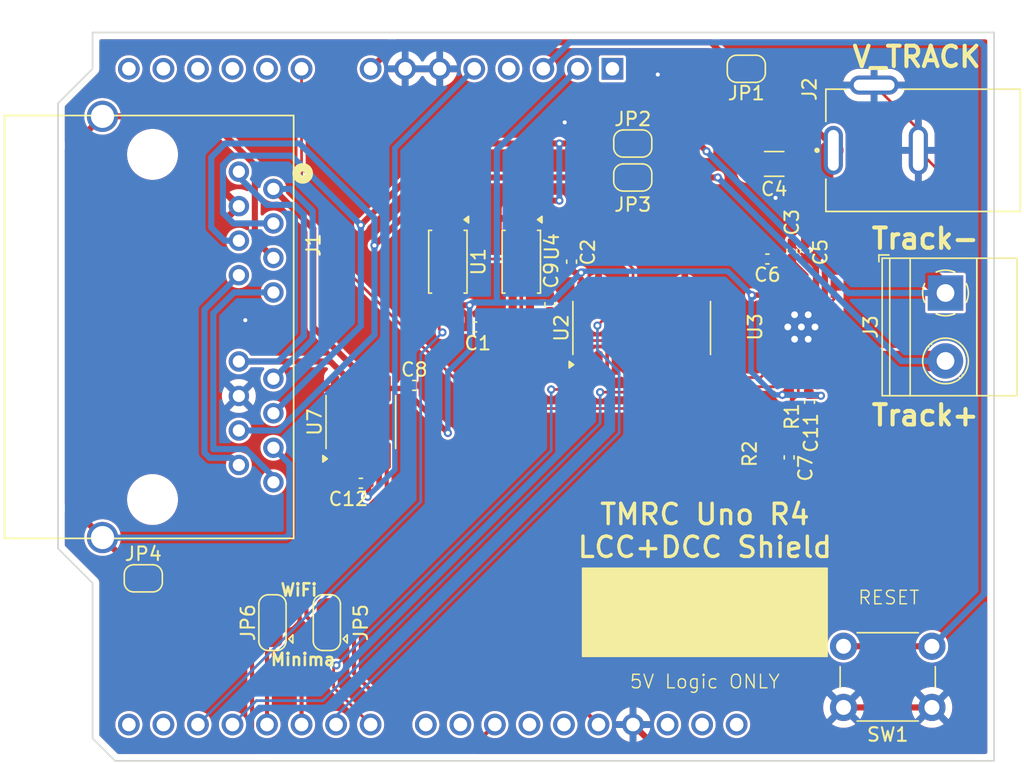
<source format=kicad_pcb>
(kicad_pcb (version 20240108) (generator "pcbnew") (generator_version "8.0")
  (layers (0 "F.Cu" signal) (31 "B.Cu" signal) (34 "B.Paste" user) (35 "F.Paste" user) (36 "B.SilkS" user "B.Silkscreen") (37 "F.SilkS" user "F.Silkscreen") (38 "B.Mask" user) (39 "F.Mask" user) (44 "Edge.Cuts" user))
  (net 0 "")
  (net 2 "/~{reset}")
  (net 8 "GND")
  (net 9 "/can_rx")
  (net 12 "VIN")
  (net 13 "/dir_A")
  (net 14 "+3.3V")
  (net 16 "IOREF")
  (net 19 "/dcc_p")
  (net 22 "/pwm_A")
  (net 23 "+5V")
  (net 24 "/can_tx")
  (net 26 "/dcc_en_A")
  (net 27 "/sense_A")
  (net 29 "Net-(U3-VCP)")
  (net 30 "VTRACK")
  (net 31 "Net-(U3-CPL)")
  (net 32 "Net-(U3-CPH)")
  (net 33 "/can_shield")
  (net 34 "/pwr_p")
  (net 35 "/pwr_n")
  (net 36 "/raw_dcc_n")
  (net 37 "/raw_dcc_p")
  (net 38 "/can_l")
  (net 39 "/can_h")
  (net 40 "/out1_A")
  (net 41 "/out2_A")
  (net 42 "Net-(A1-D13)")
  (net 43 "Net-(U3-FAULT_N)")
  (net 44 "/dcc_n")
  (net 45 "Net-(U2-2Y)")
  (net 46 "Net-(U2-1Y)")
  (net 47 "Net-(A1-D5)")
  (net 48 "Net-(A1-D10)")
  (net 49 "Net-(A1-D4)")
  (footprint "Capacitor_SMD:C_0402_1005Metric_Pad0.74x0.62mm_HandSolder" (layer "F.Cu") (at 150.7 37.4 -90)
    (property "Reference" "C3")
    (property "Value" "C100n")
  )
  (footprint "Capacitor_SMD:C_0402_1005Metric_Pad0.74x0.62mm_HandSolder" (layer "F.Cu") (at 150.5 52.6 -90)
    (property "Reference" "C7")
    (property "Value" "C22n")
  )
  (footprint "Package_SO:SOP-4_4.4x2.6mm_P1.27mm" (layer "F.Cu") (at 125.4 38.2 -90)
    (property "Reference" "U1")
    (property "Value" "ACPL-214-500E")
  )
  (footprint "Jumper:SolderJumper-2_P1.3mm_Open_RoundedPad1.0x1.5mm" (layer "F.Cu") (at 139 29.5)
    (property "Reference" "JP2")
    (property "Value" "SolderJumper_2_Open")
  )
  (footprint "Package_SO:SOP-4_4.4x2.6mm_P1.27mm" (layer "F.Cu") (at 130.8 38.2 -90)
    (property "Reference" "U4")
    (property "Value" "ACPL-214-500E")
  )
  (footprint "Capacitor_SMD:C_0402_1005Metric_Pad0.74x0.62mm_HandSolder" (layer "F.Cu") (at 148.9 38 180)
    (property "Reference" "C6")
    (property "Value" "C22n")
  )
  (footprint "Jumper:SolderJumper-2_P1.3mm_Open_RoundedPad1.0x1.5mm" (layer "F.Cu") (at 103 61.5)
    (property "Reference" "JP4")
    (property "Value" "SolderJumper_2_Open")
  )
  (footprint "54-00166:TENSILITY_54-00166" (layer "F.Cu") (at 160 30 90)
    (property "Reference" "J2")
    (property "Value" "54-00166")
  )
  (footprint "A00_216_262_450:EDAC_A00-216-262-450" (layer "F.Cu") (at 103.425 43 -90)
    (property "Reference" "J1")
    (property "Value" "A00-216-262-450")
  )
  (footprint "DRV8874PWPR:PWP0016J_NV" (layer "F.Cu") (at 151.5 43 90)
    (property "Reference" "U3")
    (property "Value" "DRV8874PWPR")
  )
  (footprint "Capacitor_SMD:C_0402_1005Metric_Pad0.74x0.62mm_HandSolder" (layer "F.Cu") (at 119 54.5 180)
    (property "Reference" "C12")
    (property "Value" "C100n")
  )
  (footprint "TerminalBlock_Phoenix:TerminalBlock_Phoenix_MKDS-1,5-2_1x02_P5.00mm_Horizontal" (layer "F.Cu") (at 162 40.5 -90)
    (property "Reference" "J3")
    (property "Value" "Screw_Terminal_01x02")
  )
  (footprint "Capacitor_SMD:C_0402_1005Metric_Pad0.74x0.62mm_HandSolder" (layer "F.Cu") (at 127.4 43)
    (property "Reference" "C1")
    (property "Value" "C100n")
  )
  (footprint "Resistor_SMD:R_01005_0402Metric_Pad0.57x0.30mm_HandSolder" (layer "F.Cu") (at 150.7 48.1 -90)
    (property "Reference" "R1")
    (property "Value" "R47k")
  )
  (footprint "Capacitor_SMD:C_0402_1005Metric_Pad0.74x0.62mm_HandSolder" (layer "F.Cu") (at 122.9325 47.3)
    (property "Reference" "C8")
    (property "Value" "C100n")
  )
  (footprint "Capacitor_SMD:C_1206_3216Metric_Pad1.33x1.80mm_HandSolder" (layer "F.Cu") (at 149.4 31 180)
    (property "Reference" "C4")
    (property "Value" "C10u")
  )
  (footprint "Resistor_SMD:R_01005_0402Metric_Pad0.57x0.30mm_HandSolder" (layer "F.Cu") (at 148.5 52.3375 -90)
    (property "Reference" "R2")
    (property "Value" "R2k")
  )
  (footprint "Capacitor_SMD:C_0402_1005Metric_Pad0.74x0.62mm_HandSolder" (layer "F.Cu") (at 132.9 41.3325 -90)
    (property "Reference" "C9")
    (property "Value" "C100n")
  )
  (footprint "Jumper:SolderJumper-3_P1.3mm_Bridged12_RoundedPad1.0x1.5mm" (layer "F.Cu") (at 116.5 64.759439 90)
    (property "Reference" "JP5")
    (property "Value" "SolderJumper_3_Bridged12")
  )
  (footprint "Jumper:SolderJumper-2_P1.3mm_Open_RoundedPad1.0x1.5mm" (layer "F.Cu") (at 147.35 24 180)
    (property "Reference" "JP1")
    (property "Value" "SolderJumper_2_Open")
  )
  (footprint "Package_SO:SO-16_3.9x9.9mm_P1.27mm" (layer "F.Cu") (at 139.655 43.075 90)
    (property "Reference" "U2")
    (property "Value" "SN74HC253DR")
  )
  (footprint "Package_SO:SOIC-8_3.9x4.9mm_P1.27mm" (layer "F.Cu") (at 119 50 90)
    (property "Reference" "U7")
    (property "Value" "MCP2562-E-SN")
  )
  (footprint "Button_Switch_THT:SW_PUSH_6mm_H4.3mm" (layer "F.Cu") (at 161 71 180)
    (property "Reference" "SW1")
    (property "Value" "SW_Push")
  )
  (footprint "Capacitor_SMD:C_0402_1005Metric_Pad0.74x0.62mm_HandSolder" (layer "F.Cu") (at 134.5 38.2 90)
    (property "Reference" "C2")
    (property "Value" "C100n")
  )
  (footprint "Capacitor_SMD:C_0402_1005Metric_Pad0.74x0.62mm_HandSolder" (layer "F.Cu") (at 152 48.5 -90)
    (property "Reference" "C11")
    (property "Value" "C100n")
  )
  (footprint "Jumper:SolderJumper-2_P1.3mm_Open_RoundedPad1.0x1.5mm" (layer "F.Cu") (at 139 32)
    (property "Reference" "JP3")
    (property "Value" "SolderJumper_2_Open")
  )
  (footprint "Jumper:SolderJumper-3_P1.3mm_Bridged12_RoundedPad1.0x1.5mm" (layer "F.Cu") (at 112.5 64.759439 90)
    (property "Reference" "JP6")
    (property "Value" "SolderJumper_3_Bridged12")
  )
  (footprint "Capacitor_SMD:C_0402_1005Metric_Pad0.74x0.62mm_HandSolder" (layer "F.Cu") (at 151.7 37.4 90)
    (property "Reference" "C5")
    (property "Value" "C100n")
  )
  (footprint "Uno_Shield:Uno_Shield" (layer "B.Cu") (at 137.5 24 180)
    (property "Reference" "A1" (hide yes))
    (property "Value" "Arduino_UNO_R4")
    (fp_line (start 40.77 -2.54) (end 40.77 -35.31) (stroke (width 0.12)) (layer "Edge.Cuts"))
    (fp_line (start 40.77 -35.31) (end 38.23 -37.85) (stroke (width 0.12)) (layer "Edge.Cuts"))
    (fp_line (start 38.23 2.67) (end 38.23 0) (stroke (width 0.12)) (layer "Edge.Cuts"))
    (fp_line (start 38.23 0) (end 40.77 -2.54) (stroke (width 0.12)) (layer "Edge.Cuts"))
    (fp_line (start 38.23 -37.85) (end 38.23 -49.28) (stroke (width 0.12)) (layer "Edge.Cuts"))
    (fp_line (start 38.23 -49.28) (end 36.58 -50.93) (stroke (width 0.12)) (layer "Edge.Cuts"))
    (fp_line (start 36.58 -50.93) (end -28.07 -50.93) (stroke (width 0.12)) (layer "Edge.Cuts"))
    (fp_line (start -28.07 2.67) (end 38.23 2.67) (stroke (width 0.12)) (layer "Edge.Cuts"))
    (fp_line (start -28.07 -50.93) (end -28.07 2.67) (stroke (width 0.12)) (layer "Edge.Cuts"))
  )
  (gr_poly (pts (xy 152.981917 38.400781) (xy 153.24768 37.968474) (xy 153.981917 37.900781)) (stroke (width 0.1)) (fill solid) (layer "F.Cu") (net 41))
  (gr_poly (pts (xy 152.5 38.5) (xy 153.5 37) (xy 152.5 37)) (stroke (width 0.1)) (fill solid) (layer "F.Cu") (net 30))
  (gr_rect (start 153 38.5) (end 154.873573 39.051676) (stroke (width 0.2)) (fill none) (layer "F.Cu") (net 41))
  (gr_rect (start 135.3 60.75) (end 153.3 67.25) (stroke (width 0.1)) (fill solid) (layer "F.SilkS"))
  (gr_text "5V Logic ONLY" (at 144.3 69.1 0) (layer "F.SilkS") (effects (font (size 1 1) (thickness 0.1))))
  (gr_text "WiFi" (at 113 62.882988 0) (layer "F.SilkS") (effects (font (size 0.9 0.9) (thickness 0.1875)) (justify left bottom)))
  (gr_text "V_TRACK" (at 155 24 0) (layer "F.SilkS") (effects (font (size 1.5 1.5) (thickness 0.3) (bold yes)) (justify left bottom)))
  (gr_text "Minima" (at 112.272921 68 0) (layer "F.SilkS") (effects (font (size 0.9 0.9) (thickness 0.1875)) (justify left bottom)))
  (gr_text "Track+" (at 160.5 49.5 0) (layer "F.SilkS") (effects (font (size 1.5 1.5) (thickness 0.3) (bold yes))))
  (gr_text "Track-" (at 160.5 36.5 0) (layer "F.SilkS") (effects (font (size 1.5 1.5) (thickness 0.3) (bold yes))))
  (gr_text "TMRC Uno R4\nLCC+DCC Shield" (at 144.3 58 0) (layer "F.SilkS") (effects (font (size 1.5 1.5) (thickness 0.25) (bold yes))))
  (gr_text "RESET" (at 155.5 63.5 0) (layer "F.SilkS") (effects (font (size 1 1) (thickness 0.1)) (justify left bottom)))
  (segment (start 154.5 66.5) (end 161 66.5) (width 0.45) (layer "F.Cu") (net 2))
  (segment (start 164.845 22.345) (end 164.845 62.655) (width 0.45) (layer "B.Cu") (net 2))
  (segment (start 164.845 62.655) (end 161 66.5) (width 0.45) (layer "B.Cu") (net 2))
  (segment (start 164.555 22.055) (end 164.845 22.345) (width 0.45) (layer "B.Cu") (net 2))
  (segment (start 132.42 24) (end 134.365 22.055) (width 0.45) (layer "B.Cu") (net 2))
  (segment (start 134.365 22.055) (end 164.555 22.055) (width 0.45) (layer "B.Cu") (net 2))
  (segment (start 151.9 42.860001) (end 151.760001 43) (width 0.2) (layer "F.Cu") (net 8))
  (segment (start 160 30) (end 160 28.45) (width 0.2) (layer "F.Cu") (net 8))
  (segment (start 154.5 71) (end 161 71) (width 0.45) (layer "F.Cu") (net 8))
  (segment (start 151.6 34.1625) (end 148.442899 31.005399) (width 0.45) (layer "F.Cu") (net 8))
  (segment (start 152.4 43) (end 162.7 43) (width 0.2) (layer "F.Cu") (net 8))
  (segment (start 153.125 45.9) (end 153.125 44.625) (width 0.2) (layer "F.Cu") (net 8))
  (segment (start 108.855 35.285) (end 110.03 34.11) (width 0.45) (layer "F.Cu") (net 8))
  (segment (start 151.5 74) (end 154.5 71) (width 0.45) (layer "F.Cu") (net 8))
  (segment (start 153.775 40.985001) (end 153 41.760001) (width 0.2) (layer "F.Cu") (net 8))
  (segment (start 148.442899 31.005399) (end 147.985222 31.005399) (width 0.45) (layer "F.Cu") (net 8))
  (segment (start 151.825 43) (end 152.4 43) (width 0.2) (layer "F.Cu") (net 8))
  (segment (start 152.4 43.9) (end 151.9 43.9) (width 0.2) (layer "F.Cu") (net 8))
  (segment (start 153.125 44.625) (end 152.4 43.9) (width 0.2) (layer "F.Cu") (net 8))
  (segment (start 150.9 42.1) (end 150.9 42.4) (width 0.2) (layer "F.Cu") (net 8))
  (segment (start 150.6 42.1) (end 150.9 42.1) (width 0.2) (layer "F.Cu") (net 8))
  (segment (start 149.875 41.375) (end 150.6 42.1) (width 0.2) (layer "F.Cu") (net 8))
  (segment (start 110.5 42.5) (end 108.855 40.855) (width 0.45) (layer "F.Cu") (net 8))
  (segment (start 140.76 74) (end 151.5 74) (width 0.45) (layer "F.Cu") (net 8))
  (segment (start 118.4325 54.5) (end 118.4325 52.5425) (width 0.44) (layer "F.Cu") (net 8))
  (segment (start 160 28.45) (end 156.75 25.2) (width 0.2) (layer "F.Cu") (net 8))
  (segment (start 151.7 36.8325) (end 151.6 36.7325) (width 0.45) (layer "F.Cu") (net 8))
  (segment (start 151.9 42.1) (end 151.9 42.860001) (width 0.2) (layer "F.Cu") (net 8))
  (segment (start 152.760001 42) (end 152.660001 42.1) (width 0.2) (layer "F.Cu") (net 8))
  (segment (start 151.760001 43) (end 151.5 43) (width 0.2) (layer "F.Cu") (net 8))
  (segment (start 152.660001 42.1) (end 151.9 42.1) (width 0.2) (layer "F.Cu") (net 8))
  (segment (start 151.4 43) (end 151.5 43) (width 0.2) (layer "F.Cu") (net 8))
  (segment (start 153 41.760001) (end 153 42) (width 0.2) (layer "F.Cu") (net 8))
  (segment (start 108.855 40.855) (end 108.855 35.285) (width 0.45) (layer "F.Cu") (net 8))
  (segment (start 150.9 42.4) (end 151.4 42.9) (width 0.2) (layer "F.Cu") (net 8))
  (segment (start 164 34) (end 160 30) (width 0.2) (layer "F.Cu") (net 8))
  (segment (start 139.02 72.26) (end 140.76 74) (width 0.45) (layer "F.Cu") (net 8))
  (segment (start 164 41.7) (end 164 34) (width 0.2) (layer "F.Cu") (net 8))
  (segment (start 151.6 36.7325) (end 151.6 34.1625) (width 0.45) (layer "F.Cu") (net 8))
  (segment (start 151.9 43.4) (end 151.5 43) (width 0.2) (layer "F.Cu") (net 8))
  (segment (start 151.9 43.9) (end 151.9 43.4) (width 0.2) (layer "F.Cu") (net 8))
  (segment (start 149.875 40.1) (end 149.875 41.375) (width 0.2) (layer "F.Cu") (net 8))
  (segment (start 151.5 43) (end 151.5 43) (width 0.2) (layer "F.Cu") (net 8))
  (segment (start 118.4325 52.5425) (end 118.365 52.475) (width 0.44) (layer "F.Cu") (net 8))
  (segment (start 162.7 43) (end 164 41.7) (width 0.2) (layer "F.Cu") (net 8))
  (segment (start 151.4 42.9) (end 151.4 43) (width 0.2) (layer "F.Cu") (net 8))
  (segment (start 153 42) (end 152.760001 42) (width 0.2) (layer "F.Cu") (net 8))
  (segment (start 153.775 40.1) (end 153.775 40.985001) (width 0.2) (layer "F.Cu") (net 8))
  (via (at 110.5 42.5) (size 0.6) (drill 0.3) (layers "F.Cu" "B.Cu") (net 8))
  (via (at 150.4 43) (size 1) (drill 0.5) (layers "F.Cu" "B.Cu") (net 8))
  (via (at 152.4 43) (size 1) (drill 0.5) (layers "F.Cu" "B.Cu") (net 8))
  (via (at 140.838848 24.422728) (size 0.6) (drill 0.3) (layers "F.Cu" "B.Cu") (net 8))
  (via (at 150.9 43.9) (size 1) (drill 0.5) (layers "F.Cu" "B.Cu") (net 8))
  (via (at 151.4 43) (size 1) (drill 0.5) (layers "F.Cu" "B.Cu") (net 8))
  (via (at 149.5 33.5) (size 0.6) (drill 0.3) (layers "F.Cu" "B.Cu") (net 8))
  (via (at 150.9 42.1) (size 1) (drill 0.5) (layers "F.Cu" "B.Cu") (net 8))
  (via (at 151.9 42.1) (size 1) (drill 0.5) (layers "F.Cu" "B.Cu") (net 8))
  (via (at 133.994818 27.944613) (size 0.6) (drill 0.3) (layers "F.Cu" "B.Cu") (net 8))
  (via (at 151.9 43.9) (size 1) (drill 0.5) (layers "F.Cu" "B.Cu") (net 8))
  (segment (start 108.855 44.145) (end 110.5 42.5) (width 0.45) (layer "B.Cu") (net 8))
  (segment (start 108.855 46.905) (end 108.855 44.145) (width 0.45) (layer "B.Cu") (net 8))
  (segment (start 110.03 48.08) (end 108.855 46.905) (width 0.45) (layer "B.Cu") (net 8))
  (segment (start 116.5 59) (end 116.777818 59) (width 0.3) (layer "F.Cu") (net 9))
  (segment (start 115 64.309439) (end 115 60.5) (width 0.3) (layer "F.Cu") (net 9))
  (segment (start 116.5 64.759439) (end 115.45 64.759439) (width 0.3) (layer "F.Cu") (net 9))
  (segment (start 115.45 64.759439) (end 115 64.309439) (width 0.3) (layer "F.Cu") (net 9))
  (segment (start 115 60.5) (end 116.5 59) (width 0.3) (layer "F.Cu") (net 9))
  (segment (start 120.905 54.872818) (end 120.905 52.475) (width 0.3) (layer "F.Cu") (net 9))
  (segment (start 116.777818 59) (end 120.905 54.872818) (width 0.3) (layer "F.Cu") (net 9))
  (segment (start 121.665 22.055) (end 144.755 22.055) (width 0.45) (layer "F.Cu") (net 12))
  (segment (start 144.755 22.055) (end 146.7 24) (width 0.45) (layer "F.Cu") (net 12))
  (segment (start 119.72 24) (end 121.665 22.055) (width 0.45) (layer "F.Cu") (net 12))
  (segment (start 137.75 40.5) (end 137.75 41.55) (width 0.2) (layer "F.Cu") (net 13))
  (segment (start 137.75 41.55) (end 136.4 42.9) (width 0.2) (layer "F.Cu") (net 13))
  (via (at 136.4 42.9) (size 0.6) (drill 0.3) (layers "F.Cu" "B.Cu") (net 13))
  (segment (start 136.4 44.696446) (end 138 46.296446) (width 0.2) (layer "B.Cu") (net 13))
  (segment (start 117.18 71.62) (end 117.18 72.26) (width 0.2) (layer "B.Cu") (net 13))
  (segment (start 138 50.8) (end 117.18 71.62) (width 0.2) (layer "B.Cu") (net 13))
  (segment (start 138 46.296446) (end 138 50.8) (width 0.2) (layer "B.Cu") (net 13))
  (segment (start 136.4 42.9) (end 136.4 44.696446) (width 0.2) (layer "B.Cu") (net 13))
  (segment (start 125.4 50.8) (end 122.365 47.765) (width 0.4) (layer "F.Cu") (net 16))
  (segment (start 151.825 47.7575) (end 151.825 45.9) (width 0.45) (layer "F.Cu") (net 16))
  (segment (start 152.129 48.0618) (end 152 47.9325) (width 0.45) (layer "F.Cu") (net 16))
  (segment (start 134.7325 39) (end 134.5 38.7675) (width 0.4) (layer "F.Cu") (net 16))
  (segment (start 135.2 39) (end 134.7325 39) (width 0.4) (layer "F.Cu") (net 16))
  (segment (start 126.8325 42.185) (end 126.035 41.3875) (width 0.4) (layer "F.Cu") (net 16))
  (segment (start 152 47.9325) (end 151.825 47.7575) (width 0.45) (layer "F.Cu") (net 16))
  (segment (start 132.0575 40.765) (end 131.435 41.3875) (width 0.4) (layer "F.Cu") (net 16))
  (segment (start 150.525 45.9) (end 150.525 47.475) (width 0.45) (layer "F.Cu") (net 16))
  (segment (start 152.838 48.0618) (end 152.129 48.0618) (width 0.45) (layer "F.Cu") (net 16))
  (segment (start 126.0475 41.4) (end 126.035 41.3875) (width 0.45) (layer "F.Cu") (net 16))
  (segment (start 127 41.4) (end 126.0475 41.4) (width 0.45) (layer "F.Cu") (net 16))
  (segment (start 135.21 40.5) (end 135.21 39.4775) (width 0.4) (layer "F.Cu") (net 16))
  (segment (start 126.8325 43) (end 126.8325 42.185) (width 0.4) (layer "F.Cu") (net 16))
  (segment (start 132.765 40.765) (end 132.41125 40.41125) (width 0.4) (layer "F.Cu") (net 16))
  (segment (start 150.525 47.475) (end 150 48) (width 0.45) (layer "F.Cu") (net 16))
  (segment (start 134.5 38.7675) (end 134.055 38.7675) (width 0.4) (layer "F.Cu") (net 16))
  (segment (start 150.525 47.5875) (end 150.525 47.475) (width 0.2) (layer "F.Cu") (net 16))
  (segment (start 132.9 40.765) (end 132.0575 40.765) (width 0.4) (layer "F.Cu") (net 16))
  (segment (start 135.21 39.4775) (end 134.5 38.7675) (width 0.4) (layer "F.Cu") (net 16))
  (segment (start 150.7 47.7625) (end 150.525 47.5875) (width 0.2) (layer "F.Cu") (net 16))
  (segment (start 147.7553 40.6576) (end 148.6674 40.6576) (width 0.4) (layer "F.Cu") (net 16))
  (segment (start 150.7 47.7625) (end 150.7015 47.761) (width 0.3004) (layer "F.Cu") (net 16))
  (segment (start 148.6674 40.6576) (end 149.225 40.1) (width 0.4) (layer "F.Cu") (net 16))
  (segment (start 120.905 47.525) (end 122.14 47.525) (width 0.4) (layer "F.Cu") (net 16))
  (segment (start 122.14 47.525) (end 122.365 47.3) (width 0.4) (layer "F.Cu") (net 16))
  (segment (start 122.365 47.765) (end 122.365 47.3) (width 0.4) (layer "F.Cu") (net 16))
  (segment (start 132.9 40.765) (end 132.765 40.765) (width 0.4) (layer "F.Cu") (net 16))
  (segment (start 132.41125 40.41125) (end 131.435 41.3875) (width 0.4) (layer "F.Cu") (net 16))
  (segment (start 134.055 38.7675) (end 132.41125 40.41125) (width 0.4) (layer "F.Cu") (net 16))
  (via (at 147.7553 40.6576) (size 0.6) (drill 0.3) (layers "F.Cu" "B.Cu") (net 16))
  (via (at 127 41.4) (size 0.6) (drill 0.3) (layers "F.Cu" "B.Cu") (net 16))
  (via (at 150 48) (size 0.6) (drill 0.3) (layers "F.Cu" "B.Cu") (net 16))
  (via (at 135.2 39) (size 0.6) (drill 0.3) (layers "F.Cu" "B.Cu") (net 16))
  (via (at 125.4 50.8) (size 0.6) (drill 0.3) (layers "F.Cu" "B.Cu") (net 16))
  (via (at 152.838 48.0618) (size 0.6) (drill 0.3) (layers "F.Cu" "B.Cu") (net 16))
  (segment (start 147.7 46.3) (end 149.4 48) (width 0.4) (layer "B.Cu") (net 16))
  (segment (start 125.4 50.8) (end 125.4 46.3) (width 0.4) (layer "B.Cu") (net 16))
  (segment (start 129 41.1996) (end 129 29.96) (width 0.45) (layer "B.Cu") (net 16))
  (segment (start 127.2004 41.1996) (end 127 41.4) (width 0.45) (layer "B.Cu") (net 16))
  (segment (start 129 41.1996) (end 133.0004 41.1996) (width 0.45) (layer "B.Cu") (net 16))
  (segment (start 149.4 48) (end 150 48) (width 0.4) (layer "B.Cu") (net 16))
  (segment (start 135.3 38.9) (end 145.9977 38.9) (width 0.4) (layer "B.Cu") (net 16))
  (segment (start 129 41.1996) (end 127.2004 41.1996) (width 0.45) (layer "B.Cu") (net 16))
  (segment (start 129 29.96) (end 134.96 24) (width 0.45) (layer "B.Cu") (net 16))
  (segment (start 135.2 39) (end 135.3 38.9) (width 0.4) (layer "B.Cu") (net 16))
  (segment (start 125.4 46.3) (end 127 44.7) (width 0.4) (layer "B.Cu") (net 16))
  (segment (start 147.7 40.6023) (end 147.7 46.3) (width 0.4) (layer "B.Cu") (net 16))
  (segment (start 147.9 40.8023) (end 147.7553 40.6576) (width 0.4) (layer "B.Cu") (net 16))
  (segment (start 152.776 48) (end 152.838 48.0618) (width 0.45) (layer "B.Cu") (net 16))
  (segment (start 150 48) (end 152.776 48) (width 0.45) (layer "B.Cu") (net 16))
  (segment (start 133.0004 41.1996) (end 135.2 39) (width 0.45) (layer "B.Cu") (net 16))
  (segment (start 145.9977 38.9) (end 147.7 40.6023) (width 0.4) (layer "B.Cu") (net 16))
  (segment (start 127 44.7) (end 127 41.4) (width 0.4) (layer "B.Cu") (net 16))
  (segment (start 133.7 36.2) (end 136.5 36.2) (width 0.2) (layer "F.Cu") (net 19))
  (segment (start 124.765 40.575001) (end 127.340001 38) (width 0.2) (layer "F.Cu") (net 19))
  (segment (start 124.765 43.165) (end 124.765 41.3875) (width 0.2) (layer "F.Cu") (net 19))
  (segment (start 127.340001 38) (end 131.9 38) (width 0.2) (layer "F.Cu") (net 19))
  (segment (start 139.02 45.65) (end 139.02 40.5) (width 0.2) (layer "F.Cu") (net 19))
  (segment (start 124.765 41.3875) (end 124.765 40.575001) (width 0.2) (layer "F.Cu") (net 19))
  (segment (start 136.5 36.2) (end 139.02 38.72) (width 0.2) (layer "F.Cu") (net 19))
  (segment (start 131.9 38) (end 133.7 36.2) (width 0.2) (layer "F.Cu") (net 19))
  (segment (start 125 43.4) (end 124.765 43.165) (width 0.2) (layer "F.Cu") (net 19))
  (segment (start 139.02 38.72) (end 139.02 40.5) (width 0.2) (layer "F.Cu") (net 19))
  (via (at 125 43.4) (size 0.6) (drill 0.3) (layers "F.Cu" "B.Cu") (net 19))
  (segment (start 123.4 55.88) (end 123.4 45) (width 0.2) (layer "B.Cu") (net 19))
  (segment (start 123.4 45) (end 125 43.4) (width 0.2) (layer "B.Cu") (net 19))
  (segment (start 107.02 72.26) (end 123.4 55.88) (width 0.2) (layer "B.Cu") (net 19))
  (segment (start 136.6 47.8) (end 141 47.8) (width 0.2) (layer "F.Cu") (net 22))
  (segment (start 141.56 45.65) (end 141.56 40.5) (width 0.2) (layer "F.Cu") (net 22))
  (segment (start 141.56 47.24) (end 141.56 45.65) (width 0.2) (layer "F.Cu") (net 22))
  (segment (start 141 47.8) (end 141.56 47.24) (width 0.2) (layer "F.Cu") (net 22))
  (via (at 136.6 47.8) (size 0.6) (drill 0.3) (layers "F.Cu" "B.Cu") (net 22))
  (segment (start 136.6 47.8) (end 136.6 50.1) (width 0.2) (layer "B.Cu") (net 22))
  (segment (start 111.32 70.5) (end 109.56 72.26) (width 0.2) (layer "B.Cu") (net 22))
  (segment (start 136.6 50.1) (end 116.2 70.5) (width 0.2) (layer "B.Cu") (net 22))
  (segment (start 116.2 70.5) (end 111.32 70.5) (width 0.2) (layer "B.Cu") (net 22))
  (segment (start 119.5675 55.4325) (end 119.5 55.5) (width 0.4) (layer "F.Cu") (net 23))
  (segment (start 119.5675 52.5425) (end 119.635 52.475) (width 0.4) (layer "F.Cu") (net 23))
  (segment (start 119.5675 54.5) (end 119.5675 52.5425) (width 0.4) (layer "F.Cu") (net 23))
  (segment (start 119.5675 54.5) (end 119.5675 55.4325) (width 0.4) (layer "F.Cu") (net 23))
  (via (at 119.5 55.5) (size 0.6) (drill 0.3) (layers "F.Cu" "B.Cu") (net 23))
  (segment (start 127.34 24) (end 121.5 29.84) (width 0.4) (layer "B.Cu") (net 23))
  (segment (start 121.5 53.5) (end 119.5 55.5) (width 0.4) (layer "B.Cu") (net 23))
  (segment (start 121.5 29.84) (end 121.5 53.5) (width 0.4) (layer "B.Cu") (net 23))
  (segment (start 117.095 57.339314) (end 117.095 52.475) (width 0.3) (layer "F.Cu") (net 24))
  (segment (start 114 60.434314) (end 117.095 57.339314) (width 0.3) (layer "F.Cu") (net 24))
  (segment (start 113.740561 64.759439) (end 112.5 64.759439) (width 0.3) (layer "F.Cu") (net 24))
  (segment (start 114 64.5) (end 113.740561 64.759439) (width 0.3) (layer "F.Cu") (net 24))
  (segment (start 114 64.5) (end 114 60.434314) (width 0.3) (layer "F.Cu") (net 24))
  (segment (start 136.48 46.524999) (end 135.404999 47.6) (width 0.2) (layer "F.Cu") (net 26))
  (segment (start 117 69.54) (end 117 68.1) (width 0.2) (layer "F.Cu") (net 26))
  (segment (start 136.48 45.65) (end 136.48 46.524999) (width 0.2) (layer "F.Cu") (net 26))
  (segment (start 119.72 72.26) (end 117 69.54) (width 0.2) (layer "F.Cu") (net 26))
  (segment (start 117 68.1) (end 117.2 67.9) (width 0.2) (layer "F.Cu") (net 26))
  (segment (start 135.404999 47.6) (end 133 47.6) (width 0.2) (layer "F.Cu") (net 26))
  (via (at 133 47.6) (size 0.6) (drill 0.3) (layers "F.Cu" "B.Cu") (net 26))
  (via (at 117.2 67.9) (size 0.6) (drill 0.3) (layers "F.Cu" "B.Cu") (net 26))
  (segment (start 133 52.1) (end 117.2 67.9) (width 0.2) (layer "B.Cu") (net 26))
  (segment (start 133 47.6) (end 133 52.1) (width 0.2) (layer "B.Cu") (net 26))
  (segment (start 152.475 45.9) (end 152.475 46.825) (width 0.2) (layer "F.Cu") (net 27))
  (segment (start 154.5 48) (end 154.5 52) (width 0.2) (layer "F.Cu") (net 27))
  (segment (start 146.6625 49) (end 128.1 49) (width 0.2) (layer "F.Cu") (net 27))
  (segment (start 128.1 49) (end 117.773062 38.673062) (width 0.2) (layer "F.Cu") (net 27))
  (segment (start 117.6 38.673062) (end 117.6 35.446124) (width 0.2) (layer "F.Cu") (net 27))
  (segment (start 152.6 46.95) (end 153.45 46.95) (width 0.2) (layer "F.Cu") (net 27))
  (segment (start 114.64 32.486124) (end 114.64 24) (width 0.2) (layer "F.Cu") (net 27))
  (segment (start 117.6 35.446124) (end 114.64 32.486124) (width 0.2) (layer "F.Cu") (net 27))
  (segment (start 148.5 52) (end 148.5 51.5) (width 0.2) (layer "F.Cu") (net 27))
  (segment (start 149.6625 52) (end 148.83125 51.16875) (width 0.2) (layer "F.Cu") (net 27))
  (segment (start 153.45 46.95) (end 154.5 48) (width 0.2) (layer "F.Cu") (net 27))
  (segment (start 117.773062 38.673062) (end 117.6 38.673062) (width 0.2) (layer "F.Cu") (net 27))
  (segment (start 152.475 46.825) (end 152.6 46.95) (width 0.2) (layer "F.Cu") (net 27))
  (segment (start 148.83125 51.16875) (end 146.6625 49) (width 0.2) (layer "F.Cu") (net 27))
  (segment (start 154.5 52) (end 149.6625 52) (width 0.2) (layer "F.Cu") (net 27))
  (segment (start 148.5 51.5) (end 148.83125 51.16875) (width 0.2) (layer "F.Cu") (net 27))
  (segment (start 150.942 38.2785) (end 150.945294 38.2785) (width 0.2) (layer "F.Cu") (net 29))
  (segment (start 150.942 38.2785) (end 150.642 37.9785) (width 0.2) (layer "F.Cu") (net 29))
  (segment (start 150.945294 38.2785) (end 151.825 39.158206) (width 0.2) (layer "F.Cu") (net 29))
  (segment (start 151.825 39.158206) (end 151.825 40.1) (width 0.2) (layer "F.Cu") (net 29))
  (segment (start 153 36.5) (end 153 35.5) (width 1.5) (layer "F.Cu") (net 30))
  (segment (start 152.475 38.5) (end 152.428518 38.5) (width 0.45) (layer "F.Cu") (net 30))
  (segment (start 151.794418 37.8659) (end 151.723 37.8659) (width 0.45) (layer "F.Cu") (net 30))
  (segment (start 152.475 37.5) (end 152.475 38.5) (width 0.45) (layer "F.Cu") (net 30))
  (segment (start 151.723 37.8659) (end 151.7232 37.8659) (width 0.45) (layer "F.Cu") (net 30))
  (segment (start 152.475 38.5) (end 152.475 40.1) (width 0.45) (layer "F.Cu") (net 30))
  (segment (start 153 35.5) (end 153 31) (width 1.5) (layer "F.Cu") (net 30))
  (segment (start 148 24) (end 152.624 28.6241) (width 0.45) (layer "F.Cu") (net 30))
  (segment (start 153.75 29.75) (end 153.75 30) (width 0.45) (layer "F.Cu") (net 30))
  (segment (start 151.723 37.8659) (end 151.64965 37.8659) (width 0.2) (layer "F.Cu") (net 30))
  (segment (start 151.64965 37.8659) (end 150.6421 36.85835) (width 0.2) (layer "F.Cu") (net 30))
  (segment (start 153.5 30) (end 153.75 30) (width 1.5) (layer "F.Cu") (net 30))
  (segment (start 152.624 28.6241) (end 153.75 29.75) (width 0.45) (layer "F.Cu") (net 30))
  (segment (start 152.109 37.8659) (end 152.475 37.5) (width 0.45) (layer "F.Cu") (net 30))
  (segment (start 153 31) (end 153 30.5) (width 1.5) (layer "F.Cu") (net 30))
  (segment (start 153 30.5) (end 153.5 30) (width 1.5) (layer "F.Cu") (net 30))
  (segment (start 150.6421 36.85835) (end 150.6421 36.7746) (width 0.2) (layer "F.Cu") (net 30))
  (segment (start 152.475 36.025) (end 152.475 37.5) (width 0.45) (layer "F.Cu") (net 30))
  (segment (start 151.7232 37.8659) (end 152.109 37.8659) (width 0.45) (layer "F.Cu") (net 30))
  (segment (start 152.428518 38.5) (end 151.794418 37.8659) (width 0.45) (layer "F.Cu") (net 30))
  (segment (start 151.115621 31) (end 153 31) (width 1.5) (layer "F.Cu") (net 30))
  (segment (start 148.3347 38.1009) (end 148.3347 38.0035) (width 0.2) (layer "F.Cu") (net 31))
  (segment (start 148.335 38.1012) (end 148.3347 38.1009) (width 0.2) (layer "F.Cu") (net 31))
  (segment (start 150.462 39) (end 149.201 39) (width 0.2) (layer "F.Cu") (net 31))
  (segment (start 149.201 39) (end 148.432 38.2311) (width 0.2) (layer "F.Cu") (net 31))
  (segment (start 150.525 39.0627) (end 150.462 39) (width 0.2) (layer "F.Cu") (net 31))
  (segment (start 148.335 38.1012) (end 148.335 38.0686) (width 0.2) (layer "F.Cu") (net 31))
  (segment (start 148.3325 38.1316) (end 148.3325 38) (width 0.2) (layer "F.Cu") (net 31))
  (segment (start 148.432 38.2311) (end 148.3325 38.1316) (width 0.2) (layer "F.Cu") (net 31))
  (segment (start 150.525 40.1) (end 150.525 39.0627) (width 0.2) (layer "F.Cu") (net 31))
  (segment (start 149.4697 38.0035) (end 149.4675 38.0013) (width 0.2) (layer "F.Cu") (net 32))
  (segment (start 149.4675 38.0013) (end 149.4675 38) (width 0.2) (layer "F.Cu") (net 32))
  (segment (start 150 38.6) (end 150.628 38.6) (width 0.2) (layer "F.Cu") (net 32))
  (segment (start 149.4675 38) (end 149.568 38) (width 0.2) (layer "F.Cu") (net 32))
  (segment (start 150 38.4325) (end 150 38.6) (width 0.2) (layer "F.Cu") (net 32))
  (segment (start 149.568 38) (end 150 38.4325) (width 0.2) (layer "F.Cu") (net 32))
  (segment (start 151.175 39.1471) (end 151.175 40.1) (width 0.2) (layer "F.Cu") (net 32))
  (segment (start 150.628 38.6) (end 151.175 39.1471) (width 0.2) (layer "F.Cu") (net 32))
  (segment (start 97.5 30) (end 97.455 30) (width 0.45) (layer "F.Cu") (net 33))
  (segment (start 102.35 61.5) (end 102.35 60.85) (width 0.45) (layer "F.Cu") (net 33))
  (segment (start 102.35 60.85) (end 100 58.5) (width 0.45) (layer "F.Cu") (net 33))
  (segment (start 111.205 31.0833) (end 107.622 27.5) (width 0.45) (layer "F.Cu") (net 33))
  (segment (start 100 27.5) (end 97.5 30) (width 0.45) (layer "F.Cu") (net 33))
  (segment (start 112.57 37.92) (end 111.205 36.555) (width 0.45) (layer "F.Cu") (net 33))
  (segment (start 107.622 27.5) (end 100 27.5) (width 0.45) (layer "F.Cu") (net 33))
  (segment (start 97.455 30) (end 97.455 55.955) (width 0.45) (layer "F.Cu") (net 33))
  (segment (start 111.205 36.555) (end 111.205 31.0833) (width 0.45) (layer "F.Cu") (net 33))
  (segment (start 97.455 55.955) (end 100 58.5) (width 0.45) (layer "F.Cu") (net 33))
  (segment (start 113.5 58.5) (end 113.745 58.255) (width 0.45) (layer "B.Cu") (net 33))
  (segment (start 113.745 53.065) (end 112.57 51.89) (width 0.45) (layer "B.Cu") (net 33))
  (segment (start 100 58.5) (end 113.5 58.5) (width 0.45) (layer "B.Cu") (net 33))
  (segment (start 113.745 58.255) (end 113.745 53.065) (width 0.45) (layer "B.Cu") (net 33))
  (segment (start 109.679 40.46) (end 112.57 40.46) (width 0.45) (layer "B.Cu") (net 34))
  (segment (start 108.15 41.9892) (end 109.679 40.46) (width 0.45) (layer "B.Cu") (net 34))
  (segment (start 112.57 54.0383) (end 110.517 51.985) (width 0.45) (layer "B.Cu") (net 34))
  (segment (start 110.517 51.985) (end 108.15 51.985) (width 0.45) (layer "B.Cu") (net 34))
  (segment (start 112.57 54.43) (end 112.57 54.0383) (width 0.45) (layer "B.Cu") (net 34))
  (segment (start 108.15 51.985) (end 108.15 41.9892) (width 0.45) (layer "B.Cu") (net 34))
  (segment (start 109.505 52.635) (end 107.881 52.635) (width 0.45) (layer "B.Cu") (net 35))
  (segment (start 107.5 52.2542) (end 107.5 41.72) (width 0.45) (layer "B.Cu") (net 35))
  (segment (start 110.03 53.16) (end 109.505 52.635) (width 0.45) (layer "B.Cu") (net 35))
  (segment (start 107.881 52.635) (end 107.5 52.2542) (width 0.45) (layer "B.Cu") (net 35))
  (segment (start 107.5 41.72) (end 110.03 39.19) (width 0.45) (layer "B.Cu") (net 35))
  (segment (start 132.7475 33.7) (end 133.6 33.7) (width 0.44) (layer "F.Cu") (net 36))
  (segment (start 119 35.5) (end 125 29.5) (width 0.45) (layer "F.Cu") (net 36))
  (segment (start 125 29.5) (end 133.6 29.5) (width 0.45) (layer "F.Cu") (net 36))
  (segment (start 133.6 29.5) (end 138.35 29.5) (width 0.45) (layer "F.Cu") (net 36))
  (segment (start 131.435 35.0125) (end 132.7475 33.7) (width 0.44) (layer "F.Cu") (net 36))
  (via (at 119 35.5) (size 0.6) (drill 0.3) (layers "F.Cu" "B.Cu") (net 36))
  (via (at 133.6 29.5) (size 0.6) (drill 0.3) (layers "F.Cu" "B.Cu") (net 36))
  (via (at 133.6 33.7) (size 0.6) (drill 0.3) (layers "F.Cu" "B.Cu") (net 36))
  (segment (start 133.6 33.7) (end 133.6 29.5) (width 0.44) (layer "B.Cu") (net 36))
  (segment (start 113.895 30.395) (end 119 35.5) (width 0.45) (layer "B.Cu") (net 36))
  (segment (start 109.543 30.395) (end 113.895 30.395) (width 0.45) (layer "B.Cu") (net 36))
  (segment (start 109.638 35.38) (end 108.855 34.5967) (width 0.45) (layer "B.Cu") (net 36))
  (segment (start 119 35.5) (end 119 42.92) (width 0.45) (layer "B.Cu") (net 36))
  (segment (start 119 42.92) (end 112.57 49.35) (width 0.45) (layer "B.Cu") (net 36))
  (segment (start 112.57 35.38) (end 109.638 35.38) (width 0.45) (layer "B.Cu") (net 36))
  (segment (start 108.855 31.0833) (end 109.543 30.395) (width 0.45) (layer "B.Cu") (net 36))
  (segment (start 108.855 34.5967) (end 108.855 31.0833) (width 0.45) (layer "B.Cu") (net 36))
  (segment (start 120 37) (end 125 32) (width 0.45) (layer "F.Cu") (net 37))
  (segment (start 125 32) (end 125.9 32) (width 0.45) (layer "F.Cu") (net 37))
  (segment (start 126.035 35.0125) (end 126.035 32.135) (width 0.44) (layer "F.Cu") (net 37))
  (segment (start 126.035 32.135) (end 125.9 32) (width 0.44) (layer "F.Cu") (net 37))
  (segment (start 125.9 32) (end 138.35 32) (width 0.45) (layer "F.Cu") (net 37))
  (via (at 120 37) (size 0.6) (drill 0.3) (layers "F.Cu" "B.Cu") (net 37))
  (segment (start 114.5 29.5) (end 109.01 29.5) (width 0.45) (layer "B.Cu") (net 37))
  (segment (start 120 43.5817) (end 120 37) (width 0.45) (layer "B.Cu") (net 37))
  (segment (start 108 35.6807) (end 108.969 36.65) (width 0.45) (layer "B.Cu") (net 37))
  (segment (start 108 30.5095) (end 108 35.6807) (width 0.45) (layer "B.Cu") (net 37))
  (segment (start 112.962 50.62) (end 120 43.5817) (width 0.45) (layer "B.Cu") (net 37))
  (segment (start 110.03 50.62) (end 112.962 50.62) (width 0.45) (layer "B.Cu") (net 37))
  (segment (start 120 35.1615) (end 120 35) (width 0.45) (layer "B.Cu") (net 37))
  (segment (start 108.969 36.65) (end 110.03 36.65) (width 0.45) (layer "B.Cu") (net 37))
  (segment (start 120 35) (end 114.5 29.5) (width 0.45) (layer "B.Cu") (net 37))
  (segment (start 120 37) (end 120 35.1615) (width 0.45) (layer "B.Cu") (net 37))
  (segment (start 109.01 29.5) (end 108 30.5095) (width 0.45) (layer "B.Cu") (net 37))
  (segment (start 115.5 43.009092) (end 115.5 35.77) (width 0.45) (layer "F.Cu") (net 38))
  (segment (start 118.99 46.499092) (end 115.5 43.009092) (width 0.45) (layer "F.Cu") (net 38))
  (segment (start 119.635 47.525) (end 118.99 46.88) (width 0.45) (layer "F.Cu") (net 38))
  (segment (start 118.99 46.88) (end 118.99 46.499092) (width 0.45) (layer "F.Cu") (net 38))
  (segment (start 115.5 35.77) (end 112.57 32.84) (width 0.45) (layer "F.Cu") (net 38))
  (segment (start 115.454 34.4541) (end 115.454 43.9259) (width 0.45) (layer "B.Cu") (net 38))
  (segment (start 112.57 32.84) (end 113.84 32.84) (width 0.45) (layer "B.Cu") (net 38))
  (segment (start 115.454 43.9259) (end 112.57 46.81) (width 0.45) (layer "B.Cu") (net 38))
  (segment (start 113.84 32.84) (end 115.454 34.4541) (width 0.45) (layer "B.Cu") (net 38))
  (segment (start 118.365 47.525) (end 118.365 47.144092) (width 0.45) (layer "F.Cu") (net 39))
  (segment (start 118.365 47.144092) (end 116.760908 45.54) (width 0.45) (layer "F.Cu") (net 39))
  (segment (start 116.760908 45.54) (end 110.03 45.54) (width 0.45) (layer "F.Cu") (net 39))
  (segment (start 110.03 45.54) (end 112.921 45.54) (width 0.45) (layer "B.Cu") (net 39))
  (segment (start 114.096 34.015) (end 112.083 34.015) (width 0.45) (layer "B.Cu") (net 39))
  (segment (start 112.083 34.015) (end 110.03 31.9617) (width 0.45) (layer "B.Cu") (net 39))
  (segment (start 114.804 43.6566) (end 114.804 34.7234) (width 0.45) (layer "B.Cu") (net 39))
  (segment (start 114.804 34.7234) (end 114.096 34.015) (width 0.45) (layer "B.Cu") (net 39))
  (segment (start 110.03 31.9617) (end 110.03 31.57) (width 0.45) (layer "B.Cu") (net 39))
  (segment (start 112.921 45.54) (end 114.804 43.6566) (width 0.45) (layer "B.Cu") (net 39))
  (segment (start 154.7 45.5) (end 154.325 45.875) (width 1.5) (layer "F.Cu") (net 40))
  (segment (start 145.253 32) (end 139.65 32) (width 0.45) (layer "F.Cu") (net 40))
  (segment (start 154.325 45.875) (end 154.312 45.8875) (width 1.5) (layer "F.Cu") (net 40))
  (segment (start 154.303 45.8968) (end 154.302 45.8984) (width 1.5) (layer "F.Cu") (net 40))
  (segment (start 154.312 45.8875) (end 154.303 45.8968) (width 1.5) (layer "F.Cu") (net 40))
  (segment (start 162 45.5) (end 154.7 45.5) (width 1.5) (layer "F.Cu") (net 40))
  (segment (start 154.302 45.8984) (end 154.3 45.9) (width 1.5) (layer "F.Cu") (net 40))
  (via (at 145.253 32) (size 0.6) (drill 0.3) (layers "F.Cu" "B.Cu") (net 40))
  (segment (start 145.253 32) (end 158.753 45.5) (width 0.45) (layer "B.Cu") (net 40))
  (segment (start 158.753 45.5) (end 162 45.5) (width 0.45) (layer "B.Cu") (net 40))
  (segment (start 162 40.5) (end 159.9 38.4) (width 1.5) (layer "F.Cu") (net 41))
  (segment (start 143.854 29.5) (end 139.65 29.5) (width 0.45) (layer "F.Cu") (net 41))
  (segment (start 144.427 30.073) (end 143.854 29.5) (width 0.45) (layer "F.Cu") (net 41))
  (segment (start 159.9 38.4) (end 153.8 38.4) (width 1.5) (layer "F.Cu") (net 41))
  (segment (start 153.125 38.5) (end 153.225 38.4) (width 0.45) (layer "F.Cu") (net 41))
  (segment (start 153.125 40.1) (end 153.125 38.5) (width 0.45) (layer "F.Cu") (net 41))
  (segment (start 153.225 38.4) (end 153.8 38.4) (width 0.45) (layer "F.Cu") (net 41))
  (via (at 144.427 30.073) (size 0.6) (drill 0.3) (layers "F.Cu" "B.Cu") (net 41))
  (segment (start 144.427 30.073) (end 154.854 40.5) (width 0.45) (layer "B.Cu") (net 41))
  (segment (start 154.854 40.5) (end 162 40.5) (width 0.45) (layer "B.Cu") (net 41))
  (segment (start 117.959439 63.459439) (end 118.5 64) (width 0.3) (layer "F.Cu") (net 42))
  (segment (start 120 70) (end 118.5 68.5) (width 0.3) (layer "F.Cu") (net 42))
  (segment (start 116.5 63.459439) (end 117.959439 63.459439) (width 0.3) (layer "F.Cu") (net 42))
  (segment (start 134.22 70) (end 120 70) (width 0.3) (layer "F.Cu") (net 42))
  (segment (start 118.5 68.5) (end 118.5 64) (width 0.3) (layer "F.Cu") (net 42))
  (segment (start 136.48 72.26) (end 134.22 70) (width 0.3) (layer "F.Cu") (net 42))
  (segment (start 150.704 48.436) (end 150.7015 48.436) (width 0.2) (layer "F.Cu") (net 43))
  (segment (start 151.175 47.965988) (end 151.175 45.9) (width 0.2) (layer "F.Cu") (net 43))
  (segment (start 150.7015 48.436) (end 150.7 48.4375) (width 0.2) (layer "F.Cu") (net 43))
  (segment (start 150.7 48.4375) (end 150.703488 48.4375) (width 0.2) (layer "F.Cu") (net 43))
  (segment (start 150.703488 48.4375) (end 151.175 47.965988) (width 0.2) (layer "F.Cu") (net 43))
  (segment (start 130.165 41.3875) (end 130.165 44.065) (width 0.2) (layer "F.Cu") (net 44))
  (segment (start 139.52 43.98) (end 140.29 43.21) (width 0.2) (layer "F.Cu") (net 44))
  (segment (start 136.974999 44) (end 137.75 44.775001) (width 0.2) (layer "F.Cu") (net 44))
  (segment (start 130.165 44.065) (end 130.23 44) (width 0.2) (layer "F.Cu") (net 44))
  (segment (start 140.29 43.21) (end 140.29 40.5) (width 0.2) (layer "F.Cu") (net 44))
  (segment (start 137.75 45.75413) (end 138.72087 46.725) (width 0.2) (layer "F.Cu") (net 44))
  (segment (start 138.72087 46.725) (end 139.31913 46.725) (width 0.2) (layer "F.Cu") (net 44))
  (segment (start 137.75 45.65) (end 137.75 45.75413) (width 0.2) (layer "F.Cu") (net 44))
  (segment (start 137.75 44.775001) (end 137.75 45.65) (width 0.2) (layer "F.Cu") (net 44))
  (segment (start 139.52 46.52413) (end 139.52 43.98) (width 0.2) (layer "F.Cu") (net 44))
  (segment (start 130.23 44) (end 136.974999 44) (width 0.2) (layer "F.Cu") (net 44))
  (segment (start 139.31913 46.725) (end 139.52 46.52413) (width 0.2) (layer "F.Cu") (net 44))
  (segment (start 149.4267 47.4) (end 149.875 46.9517) (width 0.2) (layer "F.Cu") (net 45))
  (segment (start 142.3 43.9) (end 142.3 47.4) (width 0.2) (layer "F.Cu") (net 45))
  (segment (start 144.1 40.5) (end 144.1 42.1) (width 0.2) (layer "F.Cu") (net 45))
  (segment (start 142.3 47.4) (end 149.4267 47.4) (width 0.2) (layer "F.Cu") (net 45))
  (segment (start 144.1 42.1) (end 142.3 43.9) (width 0.2) (layer "F.Cu") (net 45))
  (segment (start 149.875 46.9517) (end 149.875 45.9) (width 0.2) (layer "F.Cu") (net 45))
  (segment (start 143.80087 46.725) (end 148.4 46.725) (width 0.2) (layer "F.Cu") (net 46))
  (segment (start 142.83 45.65) (end 142.83 45.75413) (width 0.2) (layer "F.Cu") (net 46))
  (segment (start 142.83 45.75413) (end 143.80087 46.725) (width 0.2) (layer "F.Cu") (net 46))
  (segment (start 148.4 46.725) (end 149.225 45.9) (width 0.2) (layer "F.Cu") (net 46))
  (segment (start 114.64 72.26) (end 114.64 67.96) (width 0.3) (layer "F.Cu") (net 47))
  (segment (start 114.64 67.96) (end 116.5 66.1) (width 0.3) (layer "F.Cu") (net 47))
  (segment (start 116.5 66.1) (end 116.5 66.059439) (width 0.3) (layer "F.Cu") (net 47))
  (segment (start 127.12 74) (end 111.677538 74) (width 0.3) (layer "F.Cu") (net 48))
  (segment (start 111 73.322462) (end 111 64.509439) (width 0.3) (layer "F.Cu") (net 48))
  (segment (start 128.86 72.26) (end 127.12 74) (width 0.3) (layer "F.Cu") (net 48))
  (segment (start 111.677538 74) (end 111 73.322462) (width 0.3) (layer "F.Cu") (net 48))
  (segment (start 111 64.509439) (end 112.05 63.459439) (width 0.3) (layer "F.Cu") (net 48))
  (segment (start 112.05 63.459439) (end 112.5 63.459439) (width 0.3) (layer "F.Cu") (net 48))
  (segment (start 112.1 72.26) (end 112.1 66.459439) (width 0.3) (layer "F.Cu") (net 49))
  (segment (start 112.1 66.459439) (end 112.5 66.059439) (width 0.3) (layer "F.Cu") (net 49))
  (zone (net 8) (net_name "GND") (layers "F&B.Cu") (connect_pads (clearance 0.2)) (min_thickness 0.25) (fill yes (thermal_gap 0.5) (thermal_bridge_width 0.5) (island_removal_mode 2) (island_area_min 4))
    (polygon (pts (xy 165.509104 74.869511) (xy 165.508858 21.395606) (xy 99.331882 21.391217) (xy 99.330893 24.028087) (xy 96.794698 26.565662) (xy 96.796986 59.272735) (xy 99.337286 61.813391) (xy 99.332706 73.252767) (xy 100.945746 74.866769) (xy 165.5 74.869363)))
  )
)
</source>
